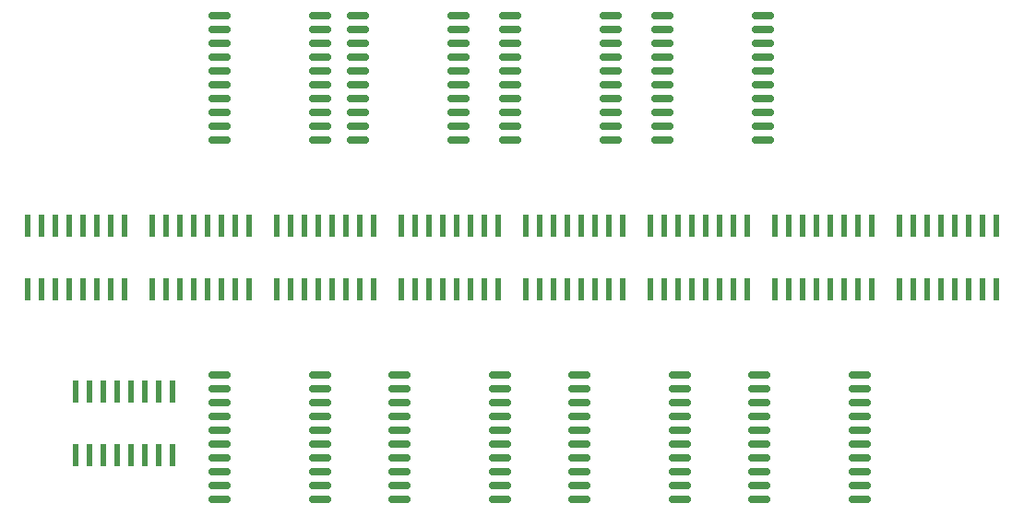
<source format=gbr>
%TF.GenerationSoftware,KiCad,Pcbnew,6.0.6-3a73a75311~116~ubuntu20.04.1*%
%TF.CreationDate,2022-06-25T17:28:11-07:00*%
%TF.ProjectId,RegisterFile,52656769-7374-4657-9246-696c652e6b69,rev?*%
%TF.SameCoordinates,Original*%
%TF.FileFunction,Paste,Top*%
%TF.FilePolarity,Positive*%
%FSLAX46Y46*%
G04 Gerber Fmt 4.6, Leading zero omitted, Abs format (unit mm)*
G04 Created by KiCad (PCBNEW 6.0.6-3a73a75311~116~ubuntu20.04.1) date 2022-06-25 17:28:11*
%MOMM*%
%LPD*%
G01*
G04 APERTURE LIST*
G04 Aperture macros list*
%AMRoundRect*
0 Rectangle with rounded corners*
0 $1 Rounding radius*
0 $2 $3 $4 $5 $6 $7 $8 $9 X,Y pos of 4 corners*
0 Add a 4 corners polygon primitive as box body*
4,1,4,$2,$3,$4,$5,$6,$7,$8,$9,$2,$3,0*
0 Add four circle primitives for the rounded corners*
1,1,$1+$1,$2,$3*
1,1,$1+$1,$4,$5*
1,1,$1+$1,$6,$7*
1,1,$1+$1,$8,$9*
0 Add four rect primitives between the rounded corners*
20,1,$1+$1,$2,$3,$4,$5,0*
20,1,$1+$1,$4,$5,$6,$7,0*
20,1,$1+$1,$6,$7,$8,$9,0*
20,1,$1+$1,$8,$9,$2,$3,0*%
G04 Aperture macros list end*
%ADD10RoundRect,0.150000X-0.875000X-0.150000X0.875000X-0.150000X0.875000X0.150000X-0.875000X0.150000X0*%
%ADD11R,0.600000X2.000000*%
G04 APERTURE END LIST*
D10*
%TO.C,UR7*%
X157910000Y-69215000D03*
X157910000Y-70485000D03*
X157910000Y-71755000D03*
X157910000Y-73025000D03*
X157910000Y-74295000D03*
X157910000Y-75565000D03*
X157910000Y-76835000D03*
X157910000Y-78105000D03*
X157910000Y-79375000D03*
X157910000Y-80645000D03*
X167210000Y-80645000D03*
X167210000Y-79375000D03*
X167210000Y-78105000D03*
X167210000Y-76835000D03*
X167210000Y-75565000D03*
X167210000Y-74295000D03*
X167210000Y-73025000D03*
X167210000Y-71755000D03*
X167210000Y-70485000D03*
X167210000Y-69215000D03*
%TD*%
D11*
%TO.C,UM7*%
X179705000Y-94390000D03*
X180975000Y-94390000D03*
X182245000Y-94390000D03*
X183515000Y-94390000D03*
X184785000Y-94390000D03*
X186055000Y-94390000D03*
X187325000Y-94390000D03*
X188595000Y-94390000D03*
X188595000Y-88490000D03*
X187325000Y-88490000D03*
X186055000Y-88490000D03*
X184785000Y-88490000D03*
X183515000Y-88490000D03*
X182245000Y-88490000D03*
X180975000Y-88490000D03*
X179705000Y-88490000D03*
%TD*%
%TO.C,UM2*%
X122555000Y-94390000D03*
X123825000Y-94390000D03*
X125095000Y-94390000D03*
X126365000Y-94390000D03*
X127635000Y-94390000D03*
X128905000Y-94390000D03*
X130175000Y-94390000D03*
X131445000Y-94390000D03*
X131445000Y-88490000D03*
X130175000Y-88490000D03*
X128905000Y-88490000D03*
X127635000Y-88490000D03*
X126365000Y-88490000D03*
X125095000Y-88490000D03*
X123825000Y-88490000D03*
X122555000Y-88490000D03*
%TD*%
D10*
%TO.C,UR0*%
X166800000Y-102235000D03*
X166800000Y-103505000D03*
X166800000Y-104775000D03*
X166800000Y-106045000D03*
X166800000Y-107315000D03*
X166800000Y-108585000D03*
X166800000Y-109855000D03*
X166800000Y-111125000D03*
X166800000Y-112395000D03*
X166800000Y-113665000D03*
X176100000Y-113665000D03*
X176100000Y-112395000D03*
X176100000Y-111125000D03*
X176100000Y-109855000D03*
X176100000Y-108585000D03*
X176100000Y-107315000D03*
X176100000Y-106045000D03*
X176100000Y-104775000D03*
X176100000Y-103505000D03*
X176100000Y-102235000D03*
%TD*%
D11*
%TO.C,UM1*%
X111125000Y-94390000D03*
X112395000Y-94390000D03*
X113665000Y-94390000D03*
X114935000Y-94390000D03*
X116205000Y-94390000D03*
X117475000Y-94390000D03*
X118745000Y-94390000D03*
X120015000Y-94390000D03*
X120015000Y-88490000D03*
X118745000Y-88490000D03*
X117475000Y-88490000D03*
X116205000Y-88490000D03*
X114935000Y-88490000D03*
X113665000Y-88490000D03*
X112395000Y-88490000D03*
X111125000Y-88490000D03*
%TD*%
D10*
%TO.C,UR3*%
X117270000Y-102235000D03*
X117270000Y-103505000D03*
X117270000Y-104775000D03*
X117270000Y-106045000D03*
X117270000Y-107315000D03*
X117270000Y-108585000D03*
X117270000Y-109855000D03*
X117270000Y-111125000D03*
X117270000Y-112395000D03*
X117270000Y-113665000D03*
X126570000Y-113665000D03*
X126570000Y-112395000D03*
X126570000Y-111125000D03*
X126570000Y-109855000D03*
X126570000Y-108585000D03*
X126570000Y-107315000D03*
X126570000Y-106045000D03*
X126570000Y-104775000D03*
X126570000Y-103505000D03*
X126570000Y-102235000D03*
%TD*%
D11*
%TO.C,UM6*%
X168275000Y-94390000D03*
X169545000Y-94390000D03*
X170815000Y-94390000D03*
X172085000Y-94390000D03*
X173355000Y-94390000D03*
X174625000Y-94390000D03*
X175895000Y-94390000D03*
X177165000Y-94390000D03*
X177165000Y-88490000D03*
X175895000Y-88490000D03*
X174625000Y-88490000D03*
X173355000Y-88490000D03*
X172085000Y-88490000D03*
X170815000Y-88490000D03*
X169545000Y-88490000D03*
X168275000Y-88490000D03*
%TD*%
D10*
%TO.C,UR2*%
X133780000Y-102235000D03*
X133780000Y-103505000D03*
X133780000Y-104775000D03*
X133780000Y-106045000D03*
X133780000Y-107315000D03*
X133780000Y-108585000D03*
X133780000Y-109855000D03*
X133780000Y-111125000D03*
X133780000Y-112395000D03*
X133780000Y-113665000D03*
X143080000Y-113665000D03*
X143080000Y-112395000D03*
X143080000Y-111125000D03*
X143080000Y-109855000D03*
X143080000Y-108585000D03*
X143080000Y-107315000D03*
X143080000Y-106045000D03*
X143080000Y-104775000D03*
X143080000Y-103505000D03*
X143080000Y-102235000D03*
%TD*%
%TO.C,UR6*%
X143940000Y-69215000D03*
X143940000Y-70485000D03*
X143940000Y-71755000D03*
X143940000Y-73025000D03*
X143940000Y-74295000D03*
X143940000Y-75565000D03*
X143940000Y-76835000D03*
X143940000Y-78105000D03*
X143940000Y-79375000D03*
X143940000Y-80645000D03*
X153240000Y-80645000D03*
X153240000Y-79375000D03*
X153240000Y-78105000D03*
X153240000Y-76835000D03*
X153240000Y-75565000D03*
X153240000Y-74295000D03*
X153240000Y-73025000D03*
X153240000Y-71755000D03*
X153240000Y-70485000D03*
X153240000Y-69215000D03*
%TD*%
D11*
%TO.C,U1*%
X104140000Y-109630000D03*
X105410000Y-109630000D03*
X106680000Y-109630000D03*
X107950000Y-109630000D03*
X109220000Y-109630000D03*
X110490000Y-109630000D03*
X111760000Y-109630000D03*
X113030000Y-109630000D03*
X113030000Y-103730000D03*
X111760000Y-103730000D03*
X110490000Y-103730000D03*
X109220000Y-103730000D03*
X107950000Y-103730000D03*
X106680000Y-103730000D03*
X105410000Y-103730000D03*
X104140000Y-103730000D03*
%TD*%
D10*
%TO.C,UR1*%
X150290000Y-102235000D03*
X150290000Y-103505000D03*
X150290000Y-104775000D03*
X150290000Y-106045000D03*
X150290000Y-107315000D03*
X150290000Y-108585000D03*
X150290000Y-109855000D03*
X150290000Y-111125000D03*
X150290000Y-112395000D03*
X150290000Y-113665000D03*
X159590000Y-113665000D03*
X159590000Y-112395000D03*
X159590000Y-111125000D03*
X159590000Y-109855000D03*
X159590000Y-108585000D03*
X159590000Y-107315000D03*
X159590000Y-106045000D03*
X159590000Y-104775000D03*
X159590000Y-103505000D03*
X159590000Y-102235000D03*
%TD*%
%TO.C,UR4*%
X117270000Y-69215000D03*
X117270000Y-70485000D03*
X117270000Y-71755000D03*
X117270000Y-73025000D03*
X117270000Y-74295000D03*
X117270000Y-75565000D03*
X117270000Y-76835000D03*
X117270000Y-78105000D03*
X117270000Y-79375000D03*
X117270000Y-80645000D03*
X126570000Y-80645000D03*
X126570000Y-79375000D03*
X126570000Y-78105000D03*
X126570000Y-76835000D03*
X126570000Y-75565000D03*
X126570000Y-74295000D03*
X126570000Y-73025000D03*
X126570000Y-71755000D03*
X126570000Y-70485000D03*
X126570000Y-69215000D03*
%TD*%
D11*
%TO.C,UM5*%
X156845000Y-94390000D03*
X158115000Y-94390000D03*
X159385000Y-94390000D03*
X160655000Y-94390000D03*
X161925000Y-94390000D03*
X163195000Y-94390000D03*
X164465000Y-94390000D03*
X165735000Y-94390000D03*
X165735000Y-88490000D03*
X164465000Y-88490000D03*
X163195000Y-88490000D03*
X161925000Y-88490000D03*
X160655000Y-88490000D03*
X159385000Y-88490000D03*
X158115000Y-88490000D03*
X156845000Y-88490000D03*
%TD*%
%TO.C,UM3*%
X133985000Y-94390000D03*
X135255000Y-94390000D03*
X136525000Y-94390000D03*
X137795000Y-94390000D03*
X139065000Y-94390000D03*
X140335000Y-94390000D03*
X141605000Y-94390000D03*
X142875000Y-94390000D03*
X142875000Y-88490000D03*
X141605000Y-88490000D03*
X140335000Y-88490000D03*
X139065000Y-88490000D03*
X137795000Y-88490000D03*
X136525000Y-88490000D03*
X135255000Y-88490000D03*
X133985000Y-88490000D03*
%TD*%
%TO.C,UM4*%
X145415000Y-94390000D03*
X146685000Y-94390000D03*
X147955000Y-94390000D03*
X149225000Y-94390000D03*
X150495000Y-94390000D03*
X151765000Y-94390000D03*
X153035000Y-94390000D03*
X154305000Y-94390000D03*
X154305000Y-88490000D03*
X153035000Y-88490000D03*
X151765000Y-88490000D03*
X150495000Y-88490000D03*
X149225000Y-88490000D03*
X147955000Y-88490000D03*
X146685000Y-88490000D03*
X145415000Y-88490000D03*
%TD*%
%TO.C,UM0*%
X99695000Y-94390000D03*
X100965000Y-94390000D03*
X102235000Y-94390000D03*
X103505000Y-94390000D03*
X104775000Y-94390000D03*
X106045000Y-94390000D03*
X107315000Y-94390000D03*
X108585000Y-94390000D03*
X108585000Y-88490000D03*
X107315000Y-88490000D03*
X106045000Y-88490000D03*
X104775000Y-88490000D03*
X103505000Y-88490000D03*
X102235000Y-88490000D03*
X100965000Y-88490000D03*
X99695000Y-88490000D03*
%TD*%
D10*
%TO.C,UR5*%
X129970000Y-69215000D03*
X129970000Y-70485000D03*
X129970000Y-71755000D03*
X129970000Y-73025000D03*
X129970000Y-74295000D03*
X129970000Y-75565000D03*
X129970000Y-76835000D03*
X129970000Y-78105000D03*
X129970000Y-79375000D03*
X129970000Y-80645000D03*
X139270000Y-80645000D03*
X139270000Y-79375000D03*
X139270000Y-78105000D03*
X139270000Y-76835000D03*
X139270000Y-75565000D03*
X139270000Y-74295000D03*
X139270000Y-73025000D03*
X139270000Y-71755000D03*
X139270000Y-70485000D03*
X139270000Y-69215000D03*
%TD*%
M02*

</source>
